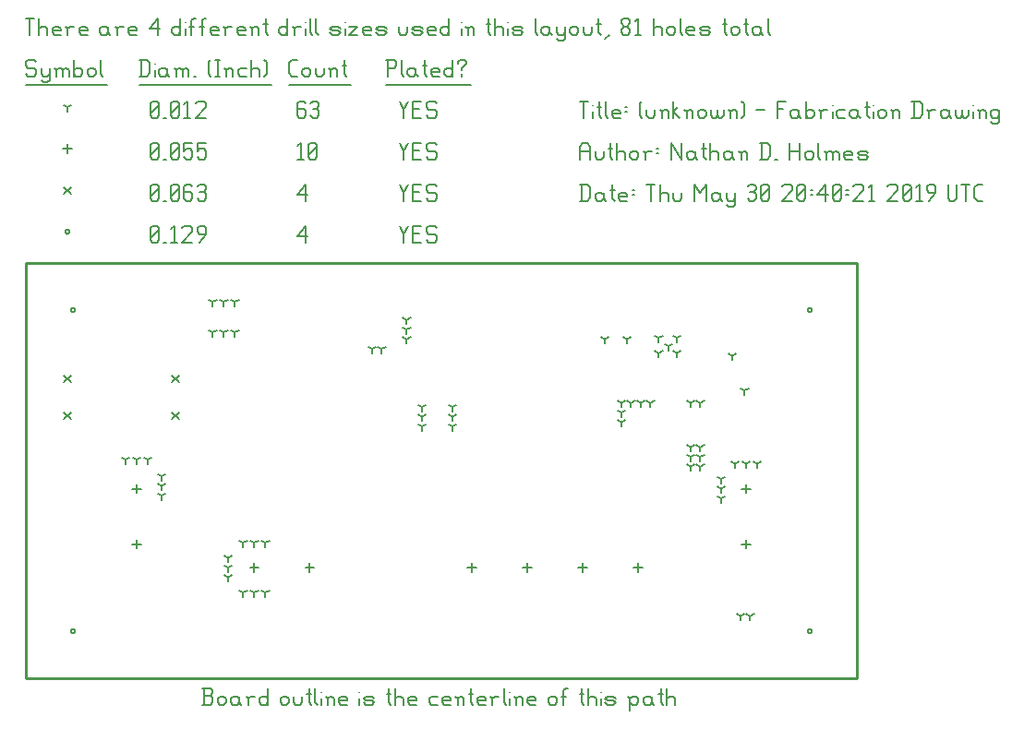
<source format=gbr>
G04 start of page 12 for group -3984 idx -3984 *
G04 Title: (unknown), fab *
G04 Creator: pcb 4.0.2 *
G04 CreationDate: Thu May 30 20:40:21 2019 UTC *
G04 For: ndholmes *
G04 Format: Gerber/RS-274X *
G04 PCB-Dimensions (mil): 3000.00 1500.00 *
G04 PCB-Coordinate-Origin: lower left *
%MOIN*%
%FSLAX25Y25*%
%LNFAB*%
%ADD52C,0.0100*%
%ADD51C,0.0075*%
%ADD50C,0.0060*%
%ADD49R,0.0080X0.0080*%
G54D49*X282200Y133000D02*G75*G03X283800Y133000I800J0D01*G01*
G75*G03X282200Y133000I-800J0D01*G01*
X16200Y17000D02*G75*G03X17800Y17000I800J0D01*G01*
G75*G03X16200Y17000I-800J0D01*G01*
Y133000D02*G75*G03X17800Y133000I800J0D01*G01*
G75*G03X16200Y133000I-800J0D01*G01*
X282200Y17000D02*G75*G03X283800Y17000I800J0D01*G01*
G75*G03X282200Y17000I-800J0D01*G01*
X14200Y161250D02*G75*G03X15800Y161250I800J0D01*G01*
G75*G03X14200Y161250I-800J0D01*G01*
G54D50*X135000Y163500D02*X136500Y160500D01*
X138000Y163500D01*
X136500Y160500D02*Y157500D01*
X139800Y160800D02*X142050D01*
X139800Y157500D02*X142800D01*
X139800Y163500D02*Y157500D01*
Y163500D02*X142800D01*
X147600D02*X148350Y162750D01*
X145350Y163500D02*X147600D01*
X144600Y162750D02*X145350Y163500D01*
X144600Y162750D02*Y161250D01*
X145350Y160500D01*
X147600D01*
X148350Y159750D01*
Y158250D01*
X147600Y157500D02*X148350Y158250D01*
X145350Y157500D02*X147600D01*
X144600Y158250D02*X145350Y157500D01*
X98000Y159750D02*X101000Y163500D01*
X98000Y159750D02*X101750D01*
X101000Y163500D02*Y157500D01*
X45000Y158250D02*X45750Y157500D01*
X45000Y162750D02*Y158250D01*
Y162750D02*X45750Y163500D01*
X47250D01*
X48000Y162750D01*
Y158250D01*
X47250Y157500D02*X48000Y158250D01*
X45750Y157500D02*X47250D01*
X45000Y159000D02*X48000Y162000D01*
X49800Y157500D02*X50550D01*
X52350Y162300D02*X53550Y163500D01*
Y157500D01*
X52350D02*X54600D01*
X56400Y162750D02*X57150Y163500D01*
X59400D01*
X60150Y162750D01*
Y161250D01*
X56400Y157500D02*X60150Y161250D01*
X56400Y157500D02*X60150D01*
X62700D02*X64950Y160500D01*
Y162750D02*Y160500D01*
X64200Y163500D02*X64950Y162750D01*
X62700Y163500D02*X64200D01*
X61950Y162750D02*X62700Y163500D01*
X61950Y162750D02*Y161250D01*
X62700Y160500D01*
X64950D01*
X13800Y109400D02*X16200Y107000D01*
X13800D02*X16200Y109400D01*
X13800Y96000D02*X16200Y93600D01*
X13800D02*X16200Y96000D01*
X52800Y109400D02*X55200Y107000D01*
X52800D02*X55200Y109400D01*
X52800Y96000D02*X55200Y93600D01*
X52800D02*X55200Y96000D01*
X13800Y177450D02*X16200Y175050D01*
X13800D02*X16200Y177450D01*
X135000Y178500D02*X136500Y175500D01*
X138000Y178500D01*
X136500Y175500D02*Y172500D01*
X139800Y175800D02*X142050D01*
X139800Y172500D02*X142800D01*
X139800Y178500D02*Y172500D01*
Y178500D02*X142800D01*
X147600D02*X148350Y177750D01*
X145350Y178500D02*X147600D01*
X144600Y177750D02*X145350Y178500D01*
X144600Y177750D02*Y176250D01*
X145350Y175500D01*
X147600D01*
X148350Y174750D01*
Y173250D01*
X147600Y172500D02*X148350Y173250D01*
X145350Y172500D02*X147600D01*
X144600Y173250D02*X145350Y172500D01*
X98000Y174750D02*X101000Y178500D01*
X98000Y174750D02*X101750D01*
X101000Y178500D02*Y172500D01*
X45000Y173250D02*X45750Y172500D01*
X45000Y177750D02*Y173250D01*
Y177750D02*X45750Y178500D01*
X47250D01*
X48000Y177750D01*
Y173250D01*
X47250Y172500D02*X48000Y173250D01*
X45750Y172500D02*X47250D01*
X45000Y174000D02*X48000Y177000D01*
X49800Y172500D02*X50550D01*
X52350Y173250D02*X53100Y172500D01*
X52350Y177750D02*Y173250D01*
Y177750D02*X53100Y178500D01*
X54600D01*
X55350Y177750D01*
Y173250D01*
X54600Y172500D02*X55350Y173250D01*
X53100Y172500D02*X54600D01*
X52350Y174000D02*X55350Y177000D01*
X59400Y178500D02*X60150Y177750D01*
X57900Y178500D02*X59400D01*
X57150Y177750D02*X57900Y178500D01*
X57150Y177750D02*Y173250D01*
X57900Y172500D01*
X59400Y175800D02*X60150Y175050D01*
X57150Y175800D02*X59400D01*
X57900Y172500D02*X59400D01*
X60150Y173250D01*
Y175050D02*Y173250D01*
X61950Y177750D02*X62700Y178500D01*
X64200D01*
X64950Y177750D01*
X64200Y172500D02*X64950Y173250D01*
X62700Y172500D02*X64200D01*
X61950Y173250D02*X62700Y172500D01*
Y175800D02*X64200D01*
X64950Y177750D02*Y176550D01*
Y175050D02*Y173250D01*
Y175050D02*X64200Y175800D01*
X64950Y176550D02*X64200Y175800D01*
X260000Y50100D02*Y46900D01*
X258400Y48500D02*X261600D01*
X260000Y70100D02*Y66900D01*
X258400Y68500D02*X261600D01*
X161000Y41600D02*Y38400D01*
X159400Y40000D02*X162600D01*
X181000Y41600D02*Y38400D01*
X179400Y40000D02*X182600D01*
X201000Y41600D02*Y38400D01*
X199400Y40000D02*X202600D01*
X221000Y41600D02*Y38400D01*
X219400Y40000D02*X222600D01*
X82500Y41600D02*Y38400D01*
X80900Y40000D02*X84100D01*
X102500Y41600D02*Y38400D01*
X100900Y40000D02*X104100D01*
X40000Y70100D02*Y66900D01*
X38400Y68500D02*X41600D01*
X40000Y50100D02*Y46900D01*
X38400Y48500D02*X41600D01*
X15000Y192850D02*Y189650D01*
X13400Y191250D02*X16600D01*
X135000Y193500D02*X136500Y190500D01*
X138000Y193500D01*
X136500Y190500D02*Y187500D01*
X139800Y190800D02*X142050D01*
X139800Y187500D02*X142800D01*
X139800Y193500D02*Y187500D01*
Y193500D02*X142800D01*
X147600D02*X148350Y192750D01*
X145350Y193500D02*X147600D01*
X144600Y192750D02*X145350Y193500D01*
X144600Y192750D02*Y191250D01*
X145350Y190500D01*
X147600D01*
X148350Y189750D01*
Y188250D01*
X147600Y187500D02*X148350Y188250D01*
X145350Y187500D02*X147600D01*
X144600Y188250D02*X145350Y187500D01*
X98000Y192300D02*X99200Y193500D01*
Y187500D01*
X98000D02*X100250D01*
X102050Y188250D02*X102800Y187500D01*
X102050Y192750D02*Y188250D01*
Y192750D02*X102800Y193500D01*
X104300D01*
X105050Y192750D01*
Y188250D01*
X104300Y187500D02*X105050Y188250D01*
X102800Y187500D02*X104300D01*
X102050Y189000D02*X105050Y192000D01*
X45000Y188250D02*X45750Y187500D01*
X45000Y192750D02*Y188250D01*
Y192750D02*X45750Y193500D01*
X47250D01*
X48000Y192750D01*
Y188250D01*
X47250Y187500D02*X48000Y188250D01*
X45750Y187500D02*X47250D01*
X45000Y189000D02*X48000Y192000D01*
X49800Y187500D02*X50550D01*
X52350Y188250D02*X53100Y187500D01*
X52350Y192750D02*Y188250D01*
Y192750D02*X53100Y193500D01*
X54600D01*
X55350Y192750D01*
Y188250D01*
X54600Y187500D02*X55350Y188250D01*
X53100Y187500D02*X54600D01*
X52350Y189000D02*X55350Y192000D01*
X57150Y193500D02*X60150D01*
X57150D02*Y190500D01*
X57900Y191250D01*
X59400D01*
X60150Y190500D01*
Y188250D01*
X59400Y187500D02*X60150Y188250D01*
X57900Y187500D02*X59400D01*
X57150Y188250D02*X57900Y187500D01*
X61950Y193500D02*X64950D01*
X61950D02*Y190500D01*
X62700Y191250D01*
X64200D01*
X64950Y190500D01*
Y188250D01*
X64200Y187500D02*X64950Y188250D01*
X62700Y187500D02*X64200D01*
X61950Y188250D02*X62700Y187500D01*
X222000Y99500D02*Y97900D01*
Y99500D02*X223387Y100300D01*
X222000Y99500D02*X220613Y100300D01*
X225500Y99500D02*Y97900D01*
Y99500D02*X226887Y100300D01*
X225500Y99500D02*X224113Y100300D01*
X215000Y99500D02*Y97900D01*
Y99500D02*X216387Y100300D01*
X215000Y99500D02*X213613Y100300D01*
X218500Y99500D02*Y97900D01*
Y99500D02*X219887Y100300D01*
X218500Y99500D02*X217113Y100300D01*
X240000Y99500D02*Y97900D01*
Y99500D02*X241387Y100300D01*
X240000Y99500D02*X238613Y100300D01*
X215000Y96000D02*Y94400D01*
Y96000D02*X216387Y96800D01*
X215000Y96000D02*X213613Y96800D01*
X215000Y92500D02*Y90900D01*
Y92500D02*X216387Y93300D01*
X215000Y92500D02*X213613Y93300D01*
X235000Y117500D02*Y115900D01*
Y117500D02*X236387Y118300D01*
X235000Y117500D02*X233613Y118300D01*
X228500Y123000D02*Y121400D01*
Y123000D02*X229887Y123800D01*
X228500Y123000D02*X227113Y123800D01*
X228500Y117500D02*Y115900D01*
Y117500D02*X229887Y118300D01*
X228500Y117500D02*X227113Y118300D01*
X232000Y120000D02*Y118400D01*
Y120000D02*X233387Y120800D01*
X232000Y120000D02*X230613Y120800D01*
X235000Y123000D02*Y121400D01*
Y123000D02*X236387Y123800D01*
X235000Y123000D02*X233613Y123800D01*
X217000Y122500D02*Y120900D01*
Y122500D02*X218387Y123300D01*
X217000Y122500D02*X215613Y123300D01*
X209000Y122500D02*Y120900D01*
Y122500D02*X210387Y123300D01*
X209000Y122500D02*X207613Y123300D01*
X259500Y104000D02*Y102400D01*
Y104000D02*X260887Y104800D01*
X259500Y104000D02*X258113Y104800D01*
X255000Y116500D02*Y114900D01*
Y116500D02*X256387Y117300D01*
X255000Y116500D02*X253613Y117300D01*
X137500Y129500D02*Y127900D01*
Y129500D02*X138887Y130300D01*
X137500Y129500D02*X136113Y130300D01*
X137500Y126000D02*Y124400D01*
Y126000D02*X138887Y126800D01*
X137500Y126000D02*X136113Y126800D01*
X137500Y122500D02*Y120900D01*
Y122500D02*X138887Y123300D01*
X137500Y122500D02*X136113Y123300D01*
X258000Y22500D02*Y20900D01*
Y22500D02*X259387Y23300D01*
X258000Y22500D02*X256613Y23300D01*
X261500Y22500D02*Y20900D01*
Y22500D02*X262887Y23300D01*
X261500Y22500D02*X260113Y23300D01*
X49000Y73000D02*Y71400D01*
Y73000D02*X50387Y73800D01*
X49000Y73000D02*X47613Y73800D01*
X49000Y69500D02*Y67900D01*
Y69500D02*X50387Y70300D01*
X49000Y69500D02*X47613Y70300D01*
X49000Y66000D02*Y64400D01*
Y66000D02*X50387Y66800D01*
X49000Y66000D02*X47613Y66800D01*
X82500Y49000D02*Y47400D01*
Y49000D02*X83887Y49800D01*
X82500Y49000D02*X81113Y49800D01*
X86500Y49000D02*Y47400D01*
Y49000D02*X87887Y49800D01*
X86500Y49000D02*X85113Y49800D01*
X78500Y49000D02*Y47400D01*
Y49000D02*X79887Y49800D01*
X78500Y49000D02*X77113Y49800D01*
X82500Y31000D02*Y29400D01*
Y31000D02*X83887Y31800D01*
X82500Y31000D02*X81113Y31800D01*
X86500Y31000D02*Y29400D01*
Y31000D02*X87887Y31800D01*
X86500Y31000D02*X85113Y31800D01*
X78500Y31000D02*Y29400D01*
Y31000D02*X79887Y31800D01*
X78500Y31000D02*X77113Y31800D01*
X260000Y77500D02*Y75900D01*
Y77500D02*X261387Y78300D01*
X260000Y77500D02*X258613Y78300D01*
X264000Y77500D02*Y75900D01*
Y77500D02*X265387Y78300D01*
X264000Y77500D02*X262613Y78300D01*
X256000Y77500D02*Y75900D01*
Y77500D02*X257387Y78300D01*
X256000Y77500D02*X254613Y78300D01*
X251000Y72000D02*Y70400D01*
Y72000D02*X252387Y72800D01*
X251000Y72000D02*X249613Y72800D01*
X251000Y68500D02*Y66900D01*
Y68500D02*X252387Y69300D01*
X251000Y68500D02*X249613Y69300D01*
X251000Y65000D02*Y63400D01*
Y65000D02*X252387Y65800D01*
X251000Y65000D02*X249613Y65800D01*
X73000Y43500D02*Y41900D01*
Y43500D02*X74387Y44300D01*
X73000Y43500D02*X71613Y44300D01*
X73000Y40000D02*Y38400D01*
Y40000D02*X74387Y40800D01*
X73000Y40000D02*X71613Y40800D01*
X73000Y36500D02*Y34900D01*
Y36500D02*X74387Y37300D01*
X73000Y36500D02*X71613Y37300D01*
X40000Y79000D02*Y77400D01*
Y79000D02*X41387Y79800D01*
X40000Y79000D02*X38613Y79800D01*
X44000Y79000D02*Y77400D01*
Y79000D02*X45387Y79800D01*
X44000Y79000D02*X42613Y79800D01*
X36000Y79000D02*Y77400D01*
Y79000D02*X37387Y79800D01*
X36000Y79000D02*X34613Y79800D01*
X243500Y99500D02*Y97900D01*
Y99500D02*X244887Y100300D01*
X243500Y99500D02*X242113Y100300D01*
X240000Y83500D02*Y81900D01*
Y83500D02*X241387Y84300D01*
X240000Y83500D02*X238613Y84300D01*
X243500Y83500D02*Y81900D01*
Y83500D02*X244887Y84300D01*
X243500Y83500D02*X242113Y84300D01*
X240000Y80000D02*Y78400D01*
Y80000D02*X241387Y80800D01*
X240000Y80000D02*X238613Y80800D01*
X243500Y80000D02*Y78400D01*
Y80000D02*X244887Y80800D01*
X243500Y80000D02*X242113Y80800D01*
X240000Y76500D02*Y74900D01*
Y76500D02*X241387Y77300D01*
X240000Y76500D02*X238613Y77300D01*
X243500Y76500D02*Y74900D01*
Y76500D02*X244887Y77300D01*
X243500Y76500D02*X242113Y77300D01*
X154000Y98000D02*Y96400D01*
Y98000D02*X155387Y98800D01*
X154000Y98000D02*X152613Y98800D01*
X154000Y94500D02*Y92900D01*
Y94500D02*X155387Y95300D01*
X154000Y94500D02*X152613Y95300D01*
X154000Y91000D02*Y89400D01*
Y91000D02*X155387Y91800D01*
X154000Y91000D02*X152613Y91800D01*
X143000Y98000D02*Y96400D01*
Y98000D02*X144387Y98800D01*
X143000Y98000D02*X141613Y98800D01*
X143000Y94500D02*Y92900D01*
Y94500D02*X144387Y95300D01*
X143000Y94500D02*X141613Y95300D01*
X143000Y91000D02*Y89400D01*
Y91000D02*X144387Y91800D01*
X143000Y91000D02*X141613Y91800D01*
X71500Y125000D02*Y123400D01*
Y125000D02*X72887Y125800D01*
X71500Y125000D02*X70113Y125800D01*
X75500Y125000D02*Y123400D01*
Y125000D02*X76887Y125800D01*
X75500Y125000D02*X74113Y125800D01*
X67500Y125000D02*Y123400D01*
Y125000D02*X68887Y125800D01*
X67500Y125000D02*X66113Y125800D01*
X71500Y136000D02*Y134400D01*
Y136000D02*X72887Y136800D01*
X71500Y136000D02*X70113Y136800D01*
X75500Y136000D02*Y134400D01*
Y136000D02*X76887Y136800D01*
X75500Y136000D02*X74113Y136800D01*
X67500Y136000D02*Y134400D01*
Y136000D02*X68887Y136800D01*
X67500Y136000D02*X66113Y136800D01*
X125000Y119000D02*Y117400D01*
Y119000D02*X126387Y119800D01*
X125000Y119000D02*X123613Y119800D01*
X128500Y119000D02*Y117400D01*
Y119000D02*X129887Y119800D01*
X128500Y119000D02*X127113Y119800D01*
X15000Y206250D02*Y204650D01*
Y206250D02*X16387Y207050D01*
X15000Y206250D02*X13613Y207050D01*
X135000Y208500D02*X136500Y205500D01*
X138000Y208500D01*
X136500Y205500D02*Y202500D01*
X139800Y205800D02*X142050D01*
X139800Y202500D02*X142800D01*
X139800Y208500D02*Y202500D01*
Y208500D02*X142800D01*
X147600D02*X148350Y207750D01*
X145350Y208500D02*X147600D01*
X144600Y207750D02*X145350Y208500D01*
X144600Y207750D02*Y206250D01*
X145350Y205500D01*
X147600D01*
X148350Y204750D01*
Y203250D01*
X147600Y202500D02*X148350Y203250D01*
X145350Y202500D02*X147600D01*
X144600Y203250D02*X145350Y202500D01*
X100250Y208500D02*X101000Y207750D01*
X98750Y208500D02*X100250D01*
X98000Y207750D02*X98750Y208500D01*
X98000Y207750D02*Y203250D01*
X98750Y202500D01*
X100250Y205800D02*X101000Y205050D01*
X98000Y205800D02*X100250D01*
X98750Y202500D02*X100250D01*
X101000Y203250D01*
Y205050D02*Y203250D01*
X102800Y207750D02*X103550Y208500D01*
X105050D01*
X105800Y207750D01*
X105050Y202500D02*X105800Y203250D01*
X103550Y202500D02*X105050D01*
X102800Y203250D02*X103550Y202500D01*
Y205800D02*X105050D01*
X105800Y207750D02*Y206550D01*
Y205050D02*Y203250D01*
Y205050D02*X105050Y205800D01*
X105800Y206550D02*X105050Y205800D01*
X45000Y203250D02*X45750Y202500D01*
X45000Y207750D02*Y203250D01*
Y207750D02*X45750Y208500D01*
X47250D01*
X48000Y207750D01*
Y203250D01*
X47250Y202500D02*X48000Y203250D01*
X45750Y202500D02*X47250D01*
X45000Y204000D02*X48000Y207000D01*
X49800Y202500D02*X50550D01*
X52350Y203250D02*X53100Y202500D01*
X52350Y207750D02*Y203250D01*
Y207750D02*X53100Y208500D01*
X54600D01*
X55350Y207750D01*
Y203250D01*
X54600Y202500D02*X55350Y203250D01*
X53100Y202500D02*X54600D01*
X52350Y204000D02*X55350Y207000D01*
X57150Y207300D02*X58350Y208500D01*
Y202500D01*
X57150D02*X59400D01*
X61200Y207750D02*X61950Y208500D01*
X64200D01*
X64950Y207750D01*
Y206250D01*
X61200Y202500D02*X64950Y206250D01*
X61200Y202500D02*X64950D01*
X3000Y223500D02*X3750Y222750D01*
X750Y223500D02*X3000D01*
X0Y222750D02*X750Y223500D01*
X0Y222750D02*Y221250D01*
X750Y220500D01*
X3000D01*
X3750Y219750D01*
Y218250D01*
X3000Y217500D02*X3750Y218250D01*
X750Y217500D02*X3000D01*
X0Y218250D02*X750Y217500D01*
X5550Y220500D02*Y218250D01*
X6300Y217500D01*
X8550Y220500D02*Y216000D01*
X7800Y215250D02*X8550Y216000D01*
X6300Y215250D02*X7800D01*
X5550Y216000D02*X6300Y215250D01*
Y217500D02*X7800D01*
X8550Y218250D01*
X11100Y219750D02*Y217500D01*
Y219750D02*X11850Y220500D01*
X12600D01*
X13350Y219750D01*
Y217500D01*
Y219750D02*X14100Y220500D01*
X14850D01*
X15600Y219750D01*
Y217500D01*
X10350Y220500D02*X11100Y219750D01*
X17400Y223500D02*Y217500D01*
Y218250D02*X18150Y217500D01*
X19650D01*
X20400Y218250D01*
Y219750D02*Y218250D01*
X19650Y220500D02*X20400Y219750D01*
X18150Y220500D02*X19650D01*
X17400Y219750D02*X18150Y220500D01*
X22200Y219750D02*Y218250D01*
Y219750D02*X22950Y220500D01*
X24450D01*
X25200Y219750D01*
Y218250D01*
X24450Y217500D02*X25200Y218250D01*
X22950Y217500D02*X24450D01*
X22200Y218250D02*X22950Y217500D01*
X27000Y223500D02*Y218250D01*
X27750Y217500D01*
X0Y214250D02*X29250D01*
X41750Y223500D02*Y217500D01*
X43700Y223500D02*X44750Y222450D01*
Y218550D01*
X43700Y217500D02*X44750Y218550D01*
X41000Y217500D02*X43700D01*
X41000Y223500D02*X43700D01*
G54D51*X46550Y222000D02*Y221850D01*
G54D50*Y219750D02*Y217500D01*
X50300Y220500D02*X51050Y219750D01*
X48800Y220500D02*X50300D01*
X48050Y219750D02*X48800Y220500D01*
X48050Y219750D02*Y218250D01*
X48800Y217500D01*
X51050Y220500D02*Y218250D01*
X51800Y217500D01*
X48800D02*X50300D01*
X51050Y218250D01*
X54350Y219750D02*Y217500D01*
Y219750D02*X55100Y220500D01*
X55850D01*
X56600Y219750D01*
Y217500D01*
Y219750D02*X57350Y220500D01*
X58100D01*
X58850Y219750D01*
Y217500D01*
X53600Y220500D02*X54350Y219750D01*
X60650Y217500D02*X61400D01*
X65900Y218250D02*X66650Y217500D01*
X65900Y222750D02*X66650Y223500D01*
X65900Y222750D02*Y218250D01*
X68450Y223500D02*X69950D01*
X69200D02*Y217500D01*
X68450D02*X69950D01*
X72500Y219750D02*Y217500D01*
Y219750D02*X73250Y220500D01*
X74000D01*
X74750Y219750D01*
Y217500D01*
X71750Y220500D02*X72500Y219750D01*
X77300Y220500D02*X79550D01*
X76550Y219750D02*X77300Y220500D01*
X76550Y219750D02*Y218250D01*
X77300Y217500D01*
X79550D01*
X81350Y223500D02*Y217500D01*
Y219750D02*X82100Y220500D01*
X83600D01*
X84350Y219750D01*
Y217500D01*
X86150Y223500D02*X86900Y222750D01*
Y218250D01*
X86150Y217500D02*X86900Y218250D01*
X41000Y214250D02*X88700D01*
X96050Y217500D02*X98000D01*
X95000Y218550D02*X96050Y217500D01*
X95000Y222450D02*Y218550D01*
Y222450D02*X96050Y223500D01*
X98000D01*
X99800Y219750D02*Y218250D01*
Y219750D02*X100550Y220500D01*
X102050D01*
X102800Y219750D01*
Y218250D01*
X102050Y217500D02*X102800Y218250D01*
X100550Y217500D02*X102050D01*
X99800Y218250D02*X100550Y217500D01*
X104600Y220500D02*Y218250D01*
X105350Y217500D01*
X106850D01*
X107600Y218250D01*
Y220500D02*Y218250D01*
X110150Y219750D02*Y217500D01*
Y219750D02*X110900Y220500D01*
X111650D01*
X112400Y219750D01*
Y217500D01*
X109400Y220500D02*X110150Y219750D01*
X114950Y223500D02*Y218250D01*
X115700Y217500D01*
X114200Y221250D02*X115700D01*
X95000Y214250D02*X117200D01*
X130750Y223500D02*Y217500D01*
X130000Y223500D02*X133000D01*
X133750Y222750D01*
Y221250D01*
X133000Y220500D02*X133750Y221250D01*
X130750Y220500D02*X133000D01*
X135550Y223500D02*Y218250D01*
X136300Y217500D01*
X140050Y220500D02*X140800Y219750D01*
X138550Y220500D02*X140050D01*
X137800Y219750D02*X138550Y220500D01*
X137800Y219750D02*Y218250D01*
X138550Y217500D01*
X140800Y220500D02*Y218250D01*
X141550Y217500D01*
X138550D02*X140050D01*
X140800Y218250D01*
X144100Y223500D02*Y218250D01*
X144850Y217500D01*
X143350Y221250D02*X144850D01*
X147100Y217500D02*X149350D01*
X146350Y218250D02*X147100Y217500D01*
X146350Y219750D02*Y218250D01*
Y219750D02*X147100Y220500D01*
X148600D01*
X149350Y219750D01*
X146350Y219000D02*X149350D01*
Y219750D02*Y219000D01*
X154150Y223500D02*Y217500D01*
X153400D02*X154150Y218250D01*
X151900Y217500D02*X153400D01*
X151150Y218250D02*X151900Y217500D01*
X151150Y219750D02*Y218250D01*
Y219750D02*X151900Y220500D01*
X153400D01*
X154150Y219750D01*
X157450Y220500D02*Y219750D01*
Y218250D02*Y217500D01*
X155950Y222750D02*Y222000D01*
Y222750D02*X156700Y223500D01*
X158200D01*
X158950Y222750D01*
Y222000D01*
X157450Y220500D02*X158950Y222000D01*
X130000Y214250D02*X160750D01*
X0Y238500D02*X3000D01*
X1500D02*Y232500D01*
X4800Y238500D02*Y232500D01*
Y234750D02*X5550Y235500D01*
X7050D01*
X7800Y234750D01*
Y232500D01*
X10350D02*X12600D01*
X9600Y233250D02*X10350Y232500D01*
X9600Y234750D02*Y233250D01*
Y234750D02*X10350Y235500D01*
X11850D01*
X12600Y234750D01*
X9600Y234000D02*X12600D01*
Y234750D02*Y234000D01*
X15150Y234750D02*Y232500D01*
Y234750D02*X15900Y235500D01*
X17400D01*
X14400D02*X15150Y234750D01*
X19950Y232500D02*X22200D01*
X19200Y233250D02*X19950Y232500D01*
X19200Y234750D02*Y233250D01*
Y234750D02*X19950Y235500D01*
X21450D01*
X22200Y234750D01*
X19200Y234000D02*X22200D01*
Y234750D02*Y234000D01*
X28950Y235500D02*X29700Y234750D01*
X27450Y235500D02*X28950D01*
X26700Y234750D02*X27450Y235500D01*
X26700Y234750D02*Y233250D01*
X27450Y232500D01*
X29700Y235500D02*Y233250D01*
X30450Y232500D01*
X27450D02*X28950D01*
X29700Y233250D01*
X33000Y234750D02*Y232500D01*
Y234750D02*X33750Y235500D01*
X35250D01*
X32250D02*X33000Y234750D01*
X37800Y232500D02*X40050D01*
X37050Y233250D02*X37800Y232500D01*
X37050Y234750D02*Y233250D01*
Y234750D02*X37800Y235500D01*
X39300D01*
X40050Y234750D01*
X37050Y234000D02*X40050D01*
Y234750D02*Y234000D01*
X44550Y234750D02*X47550Y238500D01*
X44550Y234750D02*X48300D01*
X47550Y238500D02*Y232500D01*
X55800Y238500D02*Y232500D01*
X55050D02*X55800Y233250D01*
X53550Y232500D02*X55050D01*
X52800Y233250D02*X53550Y232500D01*
X52800Y234750D02*Y233250D01*
Y234750D02*X53550Y235500D01*
X55050D01*
X55800Y234750D01*
G54D51*X57600Y237000D02*Y236850D01*
G54D50*Y234750D02*Y232500D01*
X59850Y237750D02*Y232500D01*
Y237750D02*X60600Y238500D01*
X61350D01*
X59100Y235500D02*X60600D01*
X63600Y237750D02*Y232500D01*
Y237750D02*X64350Y238500D01*
X65100D01*
X62850Y235500D02*X64350D01*
X67350Y232500D02*X69600D01*
X66600Y233250D02*X67350Y232500D01*
X66600Y234750D02*Y233250D01*
Y234750D02*X67350Y235500D01*
X68850D01*
X69600Y234750D01*
X66600Y234000D02*X69600D01*
Y234750D02*Y234000D01*
X72150Y234750D02*Y232500D01*
Y234750D02*X72900Y235500D01*
X74400D01*
X71400D02*X72150Y234750D01*
X76950Y232500D02*X79200D01*
X76200Y233250D02*X76950Y232500D01*
X76200Y234750D02*Y233250D01*
Y234750D02*X76950Y235500D01*
X78450D01*
X79200Y234750D01*
X76200Y234000D02*X79200D01*
Y234750D02*Y234000D01*
X81750Y234750D02*Y232500D01*
Y234750D02*X82500Y235500D01*
X83250D01*
X84000Y234750D01*
Y232500D01*
X81000Y235500D02*X81750Y234750D01*
X86550Y238500D02*Y233250D01*
X87300Y232500D01*
X85800Y236250D02*X87300D01*
X94500Y238500D02*Y232500D01*
X93750D02*X94500Y233250D01*
X92250Y232500D02*X93750D01*
X91500Y233250D02*X92250Y232500D01*
X91500Y234750D02*Y233250D01*
Y234750D02*X92250Y235500D01*
X93750D01*
X94500Y234750D01*
X97050D02*Y232500D01*
Y234750D02*X97800Y235500D01*
X99300D01*
X96300D02*X97050Y234750D01*
G54D51*X101100Y237000D02*Y236850D01*
G54D50*Y234750D02*Y232500D01*
X102600Y238500D02*Y233250D01*
X103350Y232500D01*
X104850Y238500D02*Y233250D01*
X105600Y232500D01*
X110550D02*X112800D01*
X113550Y233250D01*
X112800Y234000D02*X113550Y233250D01*
X110550Y234000D02*X112800D01*
X109800Y234750D02*X110550Y234000D01*
X109800Y234750D02*X110550Y235500D01*
X112800D01*
X113550Y234750D01*
X109800Y233250D02*X110550Y232500D01*
G54D51*X115350Y237000D02*Y236850D01*
G54D50*Y234750D02*Y232500D01*
X116850Y235500D02*X119850D01*
X116850Y232500D02*X119850Y235500D01*
X116850Y232500D02*X119850D01*
X122400D02*X124650D01*
X121650Y233250D02*X122400Y232500D01*
X121650Y234750D02*Y233250D01*
Y234750D02*X122400Y235500D01*
X123900D01*
X124650Y234750D01*
X121650Y234000D02*X124650D01*
Y234750D02*Y234000D01*
X127200Y232500D02*X129450D01*
X130200Y233250D01*
X129450Y234000D02*X130200Y233250D01*
X127200Y234000D02*X129450D01*
X126450Y234750D02*X127200Y234000D01*
X126450Y234750D02*X127200Y235500D01*
X129450D01*
X130200Y234750D01*
X126450Y233250D02*X127200Y232500D01*
X134700Y235500D02*Y233250D01*
X135450Y232500D01*
X136950D01*
X137700Y233250D01*
Y235500D02*Y233250D01*
X140250Y232500D02*X142500D01*
X143250Y233250D01*
X142500Y234000D02*X143250Y233250D01*
X140250Y234000D02*X142500D01*
X139500Y234750D02*X140250Y234000D01*
X139500Y234750D02*X140250Y235500D01*
X142500D01*
X143250Y234750D01*
X139500Y233250D02*X140250Y232500D01*
X145800D02*X148050D01*
X145050Y233250D02*X145800Y232500D01*
X145050Y234750D02*Y233250D01*
Y234750D02*X145800Y235500D01*
X147300D01*
X148050Y234750D01*
X145050Y234000D02*X148050D01*
Y234750D02*Y234000D01*
X152850Y238500D02*Y232500D01*
X152100D02*X152850Y233250D01*
X150600Y232500D02*X152100D01*
X149850Y233250D02*X150600Y232500D01*
X149850Y234750D02*Y233250D01*
Y234750D02*X150600Y235500D01*
X152100D01*
X152850Y234750D01*
G54D51*X157350Y237000D02*Y236850D01*
G54D50*Y234750D02*Y232500D01*
X159600Y234750D02*Y232500D01*
Y234750D02*X160350Y235500D01*
X161100D01*
X161850Y234750D01*
Y232500D01*
X158850Y235500D02*X159600Y234750D01*
X167100Y238500D02*Y233250D01*
X167850Y232500D01*
X166350Y236250D02*X167850D01*
X169350Y238500D02*Y232500D01*
Y234750D02*X170100Y235500D01*
X171600D01*
X172350Y234750D01*
Y232500D01*
G54D51*X174150Y237000D02*Y236850D01*
G54D50*Y234750D02*Y232500D01*
X176400D02*X178650D01*
X179400Y233250D01*
X178650Y234000D02*X179400Y233250D01*
X176400Y234000D02*X178650D01*
X175650Y234750D02*X176400Y234000D01*
X175650Y234750D02*X176400Y235500D01*
X178650D01*
X179400Y234750D01*
X175650Y233250D02*X176400Y232500D01*
X183900Y238500D02*Y233250D01*
X184650Y232500D01*
X188400Y235500D02*X189150Y234750D01*
X186900Y235500D02*X188400D01*
X186150Y234750D02*X186900Y235500D01*
X186150Y234750D02*Y233250D01*
X186900Y232500D01*
X189150Y235500D02*Y233250D01*
X189900Y232500D01*
X186900D02*X188400D01*
X189150Y233250D01*
X191700Y235500D02*Y233250D01*
X192450Y232500D01*
X194700Y235500D02*Y231000D01*
X193950Y230250D02*X194700Y231000D01*
X192450Y230250D02*X193950D01*
X191700Y231000D02*X192450Y230250D01*
Y232500D02*X193950D01*
X194700Y233250D01*
X196500Y234750D02*Y233250D01*
Y234750D02*X197250Y235500D01*
X198750D01*
X199500Y234750D01*
Y233250D01*
X198750Y232500D02*X199500Y233250D01*
X197250Y232500D02*X198750D01*
X196500Y233250D02*X197250Y232500D01*
X201300Y235500D02*Y233250D01*
X202050Y232500D01*
X203550D01*
X204300Y233250D01*
Y235500D02*Y233250D01*
X206850Y238500D02*Y233250D01*
X207600Y232500D01*
X206100Y236250D02*X207600D01*
X209100Y231000D02*X210600Y232500D01*
X215100Y233250D02*X215850Y232500D01*
X215100Y234450D02*Y233250D01*
Y234450D02*X216150Y235500D01*
X217050D01*
X218100Y234450D01*
Y233250D01*
X217350Y232500D02*X218100Y233250D01*
X215850Y232500D02*X217350D01*
X215100Y236550D02*X216150Y235500D01*
X215100Y237750D02*Y236550D01*
Y237750D02*X215850Y238500D01*
X217350D01*
X218100Y237750D01*
Y236550D01*
X217050Y235500D02*X218100Y236550D01*
X219900Y237300D02*X221100Y238500D01*
Y232500D01*
X219900D02*X222150D01*
X226650Y238500D02*Y232500D01*
Y234750D02*X227400Y235500D01*
X228900D01*
X229650Y234750D01*
Y232500D01*
X231450Y234750D02*Y233250D01*
Y234750D02*X232200Y235500D01*
X233700D01*
X234450Y234750D01*
Y233250D01*
X233700Y232500D02*X234450Y233250D01*
X232200Y232500D02*X233700D01*
X231450Y233250D02*X232200Y232500D01*
X236250Y238500D02*Y233250D01*
X237000Y232500D01*
X239250D02*X241500D01*
X238500Y233250D02*X239250Y232500D01*
X238500Y234750D02*Y233250D01*
Y234750D02*X239250Y235500D01*
X240750D01*
X241500Y234750D01*
X238500Y234000D02*X241500D01*
Y234750D02*Y234000D01*
X244050Y232500D02*X246300D01*
X247050Y233250D01*
X246300Y234000D02*X247050Y233250D01*
X244050Y234000D02*X246300D01*
X243300Y234750D02*X244050Y234000D01*
X243300Y234750D02*X244050Y235500D01*
X246300D01*
X247050Y234750D01*
X243300Y233250D02*X244050Y232500D01*
X252300Y238500D02*Y233250D01*
X253050Y232500D01*
X251550Y236250D02*X253050D01*
X254550Y234750D02*Y233250D01*
Y234750D02*X255300Y235500D01*
X256800D01*
X257550Y234750D01*
Y233250D01*
X256800Y232500D02*X257550Y233250D01*
X255300Y232500D02*X256800D01*
X254550Y233250D02*X255300Y232500D01*
X260100Y238500D02*Y233250D01*
X260850Y232500D01*
X259350Y236250D02*X260850D01*
X264600Y235500D02*X265350Y234750D01*
X263100Y235500D02*X264600D01*
X262350Y234750D02*X263100Y235500D01*
X262350Y234750D02*Y233250D01*
X263100Y232500D01*
X265350Y235500D02*Y233250D01*
X266100Y232500D01*
X263100D02*X264600D01*
X265350Y233250D01*
X267900Y238500D02*Y233250D01*
X268650Y232500D01*
G54D52*X0Y150000D02*Y0D01*
X300000D01*
Y150000D01*
X0D01*
G54D50*X63675Y-9500D02*X66675D01*
X67425Y-8750D01*
Y-6950D02*Y-8750D01*
X66675Y-6200D02*X67425Y-6950D01*
X64425Y-6200D02*X66675D01*
X64425Y-3500D02*Y-9500D01*
X63675Y-3500D02*X66675D01*
X67425Y-4250D01*
Y-5450D01*
X66675Y-6200D02*X67425Y-5450D01*
X69225Y-7250D02*Y-8750D01*
Y-7250D02*X69975Y-6500D01*
X71475D01*
X72225Y-7250D01*
Y-8750D01*
X71475Y-9500D02*X72225Y-8750D01*
X69975Y-9500D02*X71475D01*
X69225Y-8750D02*X69975Y-9500D01*
X76275Y-6500D02*X77025Y-7250D01*
X74775Y-6500D02*X76275D01*
X74025Y-7250D02*X74775Y-6500D01*
X74025Y-7250D02*Y-8750D01*
X74775Y-9500D01*
X77025Y-6500D02*Y-8750D01*
X77775Y-9500D01*
X74775D02*X76275D01*
X77025Y-8750D01*
X80325Y-7250D02*Y-9500D01*
Y-7250D02*X81075Y-6500D01*
X82575D01*
X79575D02*X80325Y-7250D01*
X87375Y-3500D02*Y-9500D01*
X86625D02*X87375Y-8750D01*
X85125Y-9500D02*X86625D01*
X84375Y-8750D02*X85125Y-9500D01*
X84375Y-7250D02*Y-8750D01*
Y-7250D02*X85125Y-6500D01*
X86625D01*
X87375Y-7250D01*
X91875D02*Y-8750D01*
Y-7250D02*X92625Y-6500D01*
X94125D01*
X94875Y-7250D01*
Y-8750D01*
X94125Y-9500D02*X94875Y-8750D01*
X92625Y-9500D02*X94125D01*
X91875Y-8750D02*X92625Y-9500D01*
X96675Y-6500D02*Y-8750D01*
X97425Y-9500D01*
X98925D01*
X99675Y-8750D01*
Y-6500D02*Y-8750D01*
X102225Y-3500D02*Y-8750D01*
X102975Y-9500D01*
X101475Y-5750D02*X102975D01*
X104475Y-3500D02*Y-8750D01*
X105225Y-9500D01*
G54D51*X106725Y-5000D02*Y-5150D01*
G54D50*Y-7250D02*Y-9500D01*
X108975Y-7250D02*Y-9500D01*
Y-7250D02*X109725Y-6500D01*
X110475D01*
X111225Y-7250D01*
Y-9500D01*
X108225Y-6500D02*X108975Y-7250D01*
X113775Y-9500D02*X116025D01*
X113025Y-8750D02*X113775Y-9500D01*
X113025Y-7250D02*Y-8750D01*
Y-7250D02*X113775Y-6500D01*
X115275D01*
X116025Y-7250D01*
X113025Y-8000D02*X116025D01*
Y-7250D02*Y-8000D01*
G54D51*X120525Y-5000D02*Y-5150D01*
G54D50*Y-7250D02*Y-9500D01*
X122775D02*X125025D01*
X125775Y-8750D01*
X125025Y-8000D02*X125775Y-8750D01*
X122775Y-8000D02*X125025D01*
X122025Y-7250D02*X122775Y-8000D01*
X122025Y-7250D02*X122775Y-6500D01*
X125025D01*
X125775Y-7250D01*
X122025Y-8750D02*X122775Y-9500D01*
X131025Y-3500D02*Y-8750D01*
X131775Y-9500D01*
X130275Y-5750D02*X131775D01*
X133275Y-3500D02*Y-9500D01*
Y-7250D02*X134025Y-6500D01*
X135525D01*
X136275Y-7250D01*
Y-9500D01*
X138825D02*X141075D01*
X138075Y-8750D02*X138825Y-9500D01*
X138075Y-7250D02*Y-8750D01*
Y-7250D02*X138825Y-6500D01*
X140325D01*
X141075Y-7250D01*
X138075Y-8000D02*X141075D01*
Y-7250D02*Y-8000D01*
X146325Y-6500D02*X148575D01*
X145575Y-7250D02*X146325Y-6500D01*
X145575Y-7250D02*Y-8750D01*
X146325Y-9500D01*
X148575D01*
X151125D02*X153375D01*
X150375Y-8750D02*X151125Y-9500D01*
X150375Y-7250D02*Y-8750D01*
Y-7250D02*X151125Y-6500D01*
X152625D01*
X153375Y-7250D01*
X150375Y-8000D02*X153375D01*
Y-7250D02*Y-8000D01*
X155925Y-7250D02*Y-9500D01*
Y-7250D02*X156675Y-6500D01*
X157425D01*
X158175Y-7250D01*
Y-9500D01*
X155175Y-6500D02*X155925Y-7250D01*
X160725Y-3500D02*Y-8750D01*
X161475Y-9500D01*
X159975Y-5750D02*X161475D01*
X163725Y-9500D02*X165975D01*
X162975Y-8750D02*X163725Y-9500D01*
X162975Y-7250D02*Y-8750D01*
Y-7250D02*X163725Y-6500D01*
X165225D01*
X165975Y-7250D01*
X162975Y-8000D02*X165975D01*
Y-7250D02*Y-8000D01*
X168525Y-7250D02*Y-9500D01*
Y-7250D02*X169275Y-6500D01*
X170775D01*
X167775D02*X168525Y-7250D01*
X172575Y-3500D02*Y-8750D01*
X173325Y-9500D01*
G54D51*X174825Y-5000D02*Y-5150D01*
G54D50*Y-7250D02*Y-9500D01*
X177075Y-7250D02*Y-9500D01*
Y-7250D02*X177825Y-6500D01*
X178575D01*
X179325Y-7250D01*
Y-9500D01*
X176325Y-6500D02*X177075Y-7250D01*
X181875Y-9500D02*X184125D01*
X181125Y-8750D02*X181875Y-9500D01*
X181125Y-7250D02*Y-8750D01*
Y-7250D02*X181875Y-6500D01*
X183375D01*
X184125Y-7250D01*
X181125Y-8000D02*X184125D01*
Y-7250D02*Y-8000D01*
X188625Y-7250D02*Y-8750D01*
Y-7250D02*X189375Y-6500D01*
X190875D01*
X191625Y-7250D01*
Y-8750D01*
X190875Y-9500D02*X191625Y-8750D01*
X189375Y-9500D02*X190875D01*
X188625Y-8750D02*X189375Y-9500D01*
X194175Y-4250D02*Y-9500D01*
Y-4250D02*X194925Y-3500D01*
X195675D01*
X193425Y-6500D02*X194925D01*
X200625Y-3500D02*Y-8750D01*
X201375Y-9500D01*
X199875Y-5750D02*X201375D01*
X202875Y-3500D02*Y-9500D01*
Y-7250D02*X203625Y-6500D01*
X205125D01*
X205875Y-7250D01*
Y-9500D01*
G54D51*X207675Y-5000D02*Y-5150D01*
G54D50*Y-7250D02*Y-9500D01*
X209925D02*X212175D01*
X212925Y-8750D01*
X212175Y-8000D02*X212925Y-8750D01*
X209925Y-8000D02*X212175D01*
X209175Y-7250D02*X209925Y-8000D01*
X209175Y-7250D02*X209925Y-6500D01*
X212175D01*
X212925Y-7250D01*
X209175Y-8750D02*X209925Y-9500D01*
X218175Y-7250D02*Y-11750D01*
X217425Y-6500D02*X218175Y-7250D01*
X218925Y-6500D01*
X220425D01*
X221175Y-7250D01*
Y-8750D01*
X220425Y-9500D02*X221175Y-8750D01*
X218925Y-9500D02*X220425D01*
X218175Y-8750D02*X218925Y-9500D01*
X225225Y-6500D02*X225975Y-7250D01*
X223725Y-6500D02*X225225D01*
X222975Y-7250D02*X223725Y-6500D01*
X222975Y-7250D02*Y-8750D01*
X223725Y-9500D01*
X225975Y-6500D02*Y-8750D01*
X226725Y-9500D01*
X223725D02*X225225D01*
X225975Y-8750D01*
X229275Y-3500D02*Y-8750D01*
X230025Y-9500D01*
X228525Y-5750D02*X230025D01*
X231525Y-3500D02*Y-9500D01*
Y-7250D02*X232275Y-6500D01*
X233775D01*
X234525Y-7250D01*
Y-9500D01*
X200750Y178500D02*Y172500D01*
X202700Y178500D02*X203750Y177450D01*
Y173550D01*
X202700Y172500D02*X203750Y173550D01*
X200000Y172500D02*X202700D01*
X200000Y178500D02*X202700D01*
X207800Y175500D02*X208550Y174750D01*
X206300Y175500D02*X207800D01*
X205550Y174750D02*X206300Y175500D01*
X205550Y174750D02*Y173250D01*
X206300Y172500D01*
X208550Y175500D02*Y173250D01*
X209300Y172500D01*
X206300D02*X207800D01*
X208550Y173250D01*
X211850Y178500D02*Y173250D01*
X212600Y172500D01*
X211100Y176250D02*X212600D01*
X214850Y172500D02*X217100D01*
X214100Y173250D02*X214850Y172500D01*
X214100Y174750D02*Y173250D01*
Y174750D02*X214850Y175500D01*
X216350D01*
X217100Y174750D01*
X214100Y174000D02*X217100D01*
Y174750D02*Y174000D01*
X218900Y176250D02*X219650D01*
X218900Y174750D02*X219650D01*
X224150Y178500D02*X227150D01*
X225650D02*Y172500D01*
X228950Y178500D02*Y172500D01*
Y174750D02*X229700Y175500D01*
X231200D01*
X231950Y174750D01*
Y172500D01*
X233750Y175500D02*Y173250D01*
X234500Y172500D01*
X236000D01*
X236750Y173250D01*
Y175500D02*Y173250D01*
X241250Y178500D02*Y172500D01*
Y178500D02*X243500Y175500D01*
X245750Y178500D01*
Y172500D01*
X249800Y175500D02*X250550Y174750D01*
X248300Y175500D02*X249800D01*
X247550Y174750D02*X248300Y175500D01*
X247550Y174750D02*Y173250D01*
X248300Y172500D01*
X250550Y175500D02*Y173250D01*
X251300Y172500D01*
X248300D02*X249800D01*
X250550Y173250D01*
X253100Y175500D02*Y173250D01*
X253850Y172500D01*
X256100Y175500D02*Y171000D01*
X255350Y170250D02*X256100Y171000D01*
X253850Y170250D02*X255350D01*
X253100Y171000D02*X253850Y170250D01*
Y172500D02*X255350D01*
X256100Y173250D01*
X260600Y177750D02*X261350Y178500D01*
X262850D01*
X263600Y177750D01*
X262850Y172500D02*X263600Y173250D01*
X261350Y172500D02*X262850D01*
X260600Y173250D02*X261350Y172500D01*
Y175800D02*X262850D01*
X263600Y177750D02*Y176550D01*
Y175050D02*Y173250D01*
Y175050D02*X262850Y175800D01*
X263600Y176550D02*X262850Y175800D01*
X265400Y173250D02*X266150Y172500D01*
X265400Y177750D02*Y173250D01*
Y177750D02*X266150Y178500D01*
X267650D01*
X268400Y177750D01*
Y173250D01*
X267650Y172500D02*X268400Y173250D01*
X266150Y172500D02*X267650D01*
X265400Y174000D02*X268400Y177000D01*
X272900Y177750D02*X273650Y178500D01*
X275900D01*
X276650Y177750D01*
Y176250D01*
X272900Y172500D02*X276650Y176250D01*
X272900Y172500D02*X276650D01*
X278450Y173250D02*X279200Y172500D01*
X278450Y177750D02*Y173250D01*
Y177750D02*X279200Y178500D01*
X280700D01*
X281450Y177750D01*
Y173250D01*
X280700Y172500D02*X281450Y173250D01*
X279200Y172500D02*X280700D01*
X278450Y174000D02*X281450Y177000D01*
X283250Y176250D02*X284000D01*
X283250Y174750D02*X284000D01*
X285800D02*X288800Y178500D01*
X285800Y174750D02*X289550D01*
X288800Y178500D02*Y172500D01*
X291350Y173250D02*X292100Y172500D01*
X291350Y177750D02*Y173250D01*
Y177750D02*X292100Y178500D01*
X293600D01*
X294350Y177750D01*
Y173250D01*
X293600Y172500D02*X294350Y173250D01*
X292100Y172500D02*X293600D01*
X291350Y174000D02*X294350Y177000D01*
X296150Y176250D02*X296900D01*
X296150Y174750D02*X296900D01*
X298700Y177750D02*X299450Y178500D01*
X301700D01*
X302450Y177750D01*
Y176250D01*
X298700Y172500D02*X302450Y176250D01*
X298700Y172500D02*X302450D01*
X304250Y177300D02*X305450Y178500D01*
Y172500D01*
X304250D02*X306500D01*
X311000Y177750D02*X311750Y178500D01*
X314000D01*
X314750Y177750D01*
Y176250D01*
X311000Y172500D02*X314750Y176250D01*
X311000Y172500D02*X314750D01*
X316550Y173250D02*X317300Y172500D01*
X316550Y177750D02*Y173250D01*
Y177750D02*X317300Y178500D01*
X318800D01*
X319550Y177750D01*
Y173250D01*
X318800Y172500D02*X319550Y173250D01*
X317300Y172500D02*X318800D01*
X316550Y174000D02*X319550Y177000D01*
X321350Y177300D02*X322550Y178500D01*
Y172500D01*
X321350D02*X323600D01*
X326150D02*X328400Y175500D01*
Y177750D02*Y175500D01*
X327650Y178500D02*X328400Y177750D01*
X326150Y178500D02*X327650D01*
X325400Y177750D02*X326150Y178500D01*
X325400Y177750D02*Y176250D01*
X326150Y175500D01*
X328400D01*
X332900Y178500D02*Y173250D01*
X333650Y172500D01*
X335150D01*
X335900Y173250D01*
Y178500D02*Y173250D01*
X337700Y178500D02*X340700D01*
X339200D02*Y172500D01*
X343550D02*X345500D01*
X342500Y173550D02*X343550Y172500D01*
X342500Y177450D02*Y173550D01*
Y177450D02*X343550Y178500D01*
X345500D01*
X200000Y192000D02*Y187500D01*
Y192000D02*X201050Y193500D01*
X202700D01*
X203750Y192000D01*
Y187500D01*
X200000Y190500D02*X203750D01*
X205550D02*Y188250D01*
X206300Y187500D01*
X207800D01*
X208550Y188250D01*
Y190500D02*Y188250D01*
X211100Y193500D02*Y188250D01*
X211850Y187500D01*
X210350Y191250D02*X211850D01*
X213350Y193500D02*Y187500D01*
Y189750D02*X214100Y190500D01*
X215600D01*
X216350Y189750D01*
Y187500D01*
X218150Y189750D02*Y188250D01*
Y189750D02*X218900Y190500D01*
X220400D01*
X221150Y189750D01*
Y188250D01*
X220400Y187500D02*X221150Y188250D01*
X218900Y187500D02*X220400D01*
X218150Y188250D02*X218900Y187500D01*
X223700Y189750D02*Y187500D01*
Y189750D02*X224450Y190500D01*
X225950D01*
X222950D02*X223700Y189750D01*
X227750Y191250D02*X228500D01*
X227750Y189750D02*X228500D01*
X233000Y193500D02*Y187500D01*
Y193500D02*X236750Y187500D01*
Y193500D02*Y187500D01*
X240800Y190500D02*X241550Y189750D01*
X239300Y190500D02*X240800D01*
X238550Y189750D02*X239300Y190500D01*
X238550Y189750D02*Y188250D01*
X239300Y187500D01*
X241550Y190500D02*Y188250D01*
X242300Y187500D01*
X239300D02*X240800D01*
X241550Y188250D01*
X244850Y193500D02*Y188250D01*
X245600Y187500D01*
X244100Y191250D02*X245600D01*
X247100Y193500D02*Y187500D01*
Y189750D02*X247850Y190500D01*
X249350D01*
X250100Y189750D01*
Y187500D01*
X254150Y190500D02*X254900Y189750D01*
X252650Y190500D02*X254150D01*
X251900Y189750D02*X252650Y190500D01*
X251900Y189750D02*Y188250D01*
X252650Y187500D01*
X254900Y190500D02*Y188250D01*
X255650Y187500D01*
X252650D02*X254150D01*
X254900Y188250D01*
X258200Y189750D02*Y187500D01*
Y189750D02*X258950Y190500D01*
X259700D01*
X260450Y189750D01*
Y187500D01*
X257450Y190500D02*X258200Y189750D01*
X265700Y193500D02*Y187500D01*
X267650Y193500D02*X268700Y192450D01*
Y188550D01*
X267650Y187500D02*X268700Y188550D01*
X264950Y187500D02*X267650D01*
X264950Y193500D02*X267650D01*
X270500Y187500D02*X271250D01*
X275750Y193500D02*Y187500D01*
X279500Y193500D02*Y187500D01*
X275750Y190500D02*X279500D01*
X281300Y189750D02*Y188250D01*
Y189750D02*X282050Y190500D01*
X283550D01*
X284300Y189750D01*
Y188250D01*
X283550Y187500D02*X284300Y188250D01*
X282050Y187500D02*X283550D01*
X281300Y188250D02*X282050Y187500D01*
X286100Y193500D02*Y188250D01*
X286850Y187500D01*
X289100Y189750D02*Y187500D01*
Y189750D02*X289850Y190500D01*
X290600D01*
X291350Y189750D01*
Y187500D01*
Y189750D02*X292100Y190500D01*
X292850D01*
X293600Y189750D01*
Y187500D01*
X288350Y190500D02*X289100Y189750D01*
X296150Y187500D02*X298400D01*
X295400Y188250D02*X296150Y187500D01*
X295400Y189750D02*Y188250D01*
Y189750D02*X296150Y190500D01*
X297650D01*
X298400Y189750D01*
X295400Y189000D02*X298400D01*
Y189750D02*Y189000D01*
X300950Y187500D02*X303200D01*
X303950Y188250D01*
X303200Y189000D02*X303950Y188250D01*
X300950Y189000D02*X303200D01*
X300200Y189750D02*X300950Y189000D01*
X300200Y189750D02*X300950Y190500D01*
X303200D01*
X303950Y189750D01*
X300200Y188250D02*X300950Y187500D01*
X200000Y208500D02*X203000D01*
X201500D02*Y202500D01*
G54D51*X204800Y207000D02*Y206850D01*
G54D50*Y204750D02*Y202500D01*
X207050Y208500D02*Y203250D01*
X207800Y202500D01*
X206300Y206250D02*X207800D01*
X209300Y208500D02*Y203250D01*
X210050Y202500D01*
X212300D02*X214550D01*
X211550Y203250D02*X212300Y202500D01*
X211550Y204750D02*Y203250D01*
Y204750D02*X212300Y205500D01*
X213800D01*
X214550Y204750D01*
X211550Y204000D02*X214550D01*
Y204750D02*Y204000D01*
X216350Y206250D02*X217100D01*
X216350Y204750D02*X217100D01*
X221600Y203250D02*X222350Y202500D01*
X221600Y207750D02*X222350Y208500D01*
X221600Y207750D02*Y203250D01*
X224150Y205500D02*Y203250D01*
X224900Y202500D01*
X226400D01*
X227150Y203250D01*
Y205500D02*Y203250D01*
X229700Y204750D02*Y202500D01*
Y204750D02*X230450Y205500D01*
X231200D01*
X231950Y204750D01*
Y202500D01*
X228950Y205500D02*X229700Y204750D01*
X233750Y208500D02*Y202500D01*
Y204750D02*X236000Y202500D01*
X233750Y204750D02*X235250Y206250D01*
X238550Y204750D02*Y202500D01*
Y204750D02*X239300Y205500D01*
X240050D01*
X240800Y204750D01*
Y202500D01*
X237800Y205500D02*X238550Y204750D01*
X242600D02*Y203250D01*
Y204750D02*X243350Y205500D01*
X244850D01*
X245600Y204750D01*
Y203250D01*
X244850Y202500D02*X245600Y203250D01*
X243350Y202500D02*X244850D01*
X242600Y203250D02*X243350Y202500D01*
X247400Y205500D02*Y203250D01*
X248150Y202500D01*
X248900D01*
X249650Y203250D01*
Y205500D02*Y203250D01*
X250400Y202500D01*
X251150D01*
X251900Y203250D01*
Y205500D02*Y203250D01*
X254450Y204750D02*Y202500D01*
Y204750D02*X255200Y205500D01*
X255950D01*
X256700Y204750D01*
Y202500D01*
X253700Y205500D02*X254450Y204750D01*
X258500Y208500D02*X259250Y207750D01*
Y203250D01*
X258500Y202500D02*X259250Y203250D01*
X263750Y205500D02*X266750D01*
X271250Y208500D02*Y202500D01*
Y208500D02*X274250D01*
X271250Y205800D02*X273500D01*
X278300Y205500D02*X279050Y204750D01*
X276800Y205500D02*X278300D01*
X276050Y204750D02*X276800Y205500D01*
X276050Y204750D02*Y203250D01*
X276800Y202500D01*
X279050Y205500D02*Y203250D01*
X279800Y202500D01*
X276800D02*X278300D01*
X279050Y203250D01*
X281600Y208500D02*Y202500D01*
Y203250D02*X282350Y202500D01*
X283850D01*
X284600Y203250D01*
Y204750D02*Y203250D01*
X283850Y205500D02*X284600Y204750D01*
X282350Y205500D02*X283850D01*
X281600Y204750D02*X282350Y205500D01*
X287150Y204750D02*Y202500D01*
Y204750D02*X287900Y205500D01*
X289400D01*
X286400D02*X287150Y204750D01*
G54D51*X291200Y207000D02*Y206850D01*
G54D50*Y204750D02*Y202500D01*
X293450Y205500D02*X295700D01*
X292700Y204750D02*X293450Y205500D01*
X292700Y204750D02*Y203250D01*
X293450Y202500D01*
X295700D01*
X299750Y205500D02*X300500Y204750D01*
X298250Y205500D02*X299750D01*
X297500Y204750D02*X298250Y205500D01*
X297500Y204750D02*Y203250D01*
X298250Y202500D01*
X300500Y205500D02*Y203250D01*
X301250Y202500D01*
X298250D02*X299750D01*
X300500Y203250D01*
X303800Y208500D02*Y203250D01*
X304550Y202500D01*
X303050Y206250D02*X304550D01*
G54D51*X306050Y207000D02*Y206850D01*
G54D50*Y204750D02*Y202500D01*
X307550Y204750D02*Y203250D01*
Y204750D02*X308300Y205500D01*
X309800D01*
X310550Y204750D01*
Y203250D01*
X309800Y202500D02*X310550Y203250D01*
X308300Y202500D02*X309800D01*
X307550Y203250D02*X308300Y202500D01*
X313100Y204750D02*Y202500D01*
Y204750D02*X313850Y205500D01*
X314600D01*
X315350Y204750D01*
Y202500D01*
X312350Y205500D02*X313100Y204750D01*
X320600Y208500D02*Y202500D01*
X322550Y208500D02*X323600Y207450D01*
Y203550D01*
X322550Y202500D02*X323600Y203550D01*
X319850Y202500D02*X322550D01*
X319850Y208500D02*X322550D01*
X326150Y204750D02*Y202500D01*
Y204750D02*X326900Y205500D01*
X328400D01*
X325400D02*X326150Y204750D01*
X332450Y205500D02*X333200Y204750D01*
X330950Y205500D02*X332450D01*
X330200Y204750D02*X330950Y205500D01*
X330200Y204750D02*Y203250D01*
X330950Y202500D01*
X333200Y205500D02*Y203250D01*
X333950Y202500D01*
X330950D02*X332450D01*
X333200Y203250D01*
X335750Y205500D02*Y203250D01*
X336500Y202500D01*
X337250D01*
X338000Y203250D01*
Y205500D02*Y203250D01*
X338750Y202500D01*
X339500D01*
X340250Y203250D01*
Y205500D02*Y203250D01*
G54D51*X342050Y207000D02*Y206850D01*
G54D50*Y204750D02*Y202500D01*
X344300Y204750D02*Y202500D01*
Y204750D02*X345050Y205500D01*
X345800D01*
X346550Y204750D01*
Y202500D01*
X343550Y205500D02*X344300Y204750D01*
X350600Y205500D02*X351350Y204750D01*
X349100Y205500D02*X350600D01*
X348350Y204750D02*X349100Y205500D01*
X348350Y204750D02*Y203250D01*
X349100Y202500D01*
X350600D01*
X351350Y203250D01*
X348350Y201000D02*X349100Y200250D01*
X350600D01*
X351350Y201000D01*
Y205500D02*Y201000D01*
M02*

</source>
